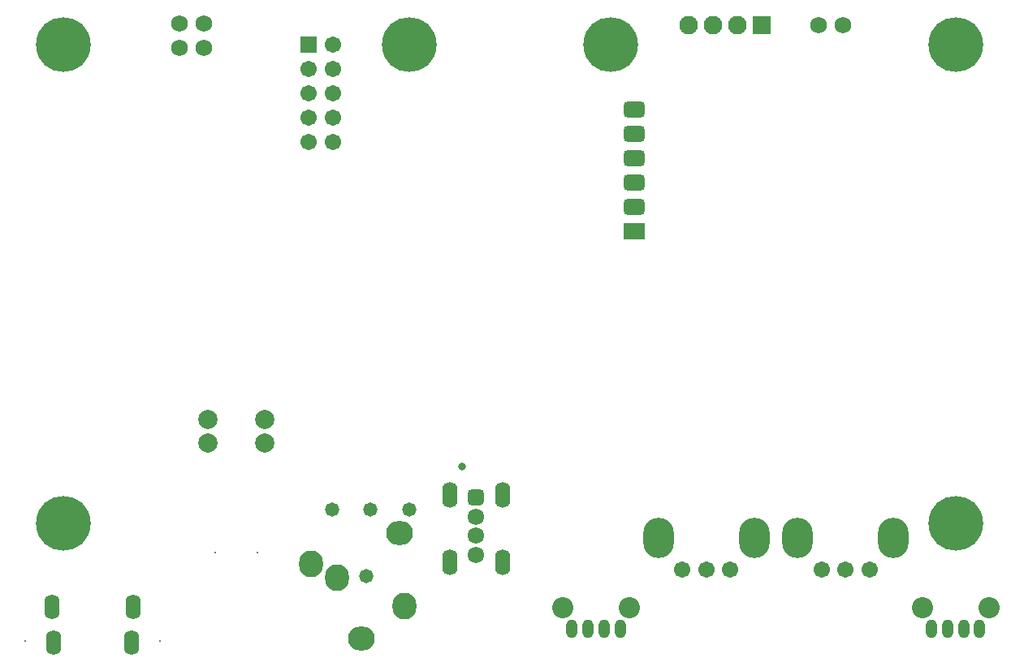
<source format=gbs>
G04 Layer_Color=8150272*
%FSLAX25Y25*%
%MOIN*%
G70*
G01*
G75*
%ADD71C,0.07690*%
%ADD72R,0.07690X0.07690*%
%ADD73C,0.22453*%
G04:AMPARAMS|DCode=74|XSize=68mil|YSize=88mil|CornerRadius=19mil|HoleSize=0mil|Usage=FLASHONLY|Rotation=90.000|XOffset=0mil|YOffset=0mil|HoleType=Round|Shape=RoundedRectangle|*
%AMROUNDEDRECTD74*
21,1,0.06800,0.05000,0,0,90.0*
21,1,0.03000,0.08800,0,0,90.0*
1,1,0.03800,0.02500,0.01500*
1,1,0.03800,0.02500,-0.01500*
1,1,0.03800,-0.02500,-0.01500*
1,1,0.03800,-0.02500,0.01500*
%
%ADD74ROUNDEDRECTD74*%
%ADD75R,0.08800X0.06800*%
G04:AMPARAMS|DCode=76|XSize=67.84mil|YSize=67.84mil|CornerRadius=18.96mil|HoleSize=0mil|Usage=FLASHONLY|Rotation=0.000|XOffset=0mil|YOffset=0mil|HoleType=Round|Shape=RoundedRectangle|*
%AMROUNDEDRECTD76*
21,1,0.06784,0.02992,0,0,0.0*
21,1,0.02992,0.06784,0,0,0.0*
1,1,0.03792,0.01496,-0.01496*
1,1,0.03792,-0.01496,-0.01496*
1,1,0.03792,-0.01496,0.01496*
1,1,0.03792,0.01496,0.01496*
%
%ADD76ROUNDEDRECTD76*%
%ADD77C,0.06784*%
%ADD78O,0.06312X0.10642*%
%ADD79C,0.08674*%
%ADD80O,0.04737X0.07690*%
%ADD81C,0.06800*%
%ADD82C,0.06706*%
%ADD83O,0.12611X0.16548*%
%ADD84O,0.06312X0.10249*%
%ADD85C,0.00800*%
%ADD86C,0.07887*%
%ADD87R,0.06706X0.06706*%
%ADD88O,0.11036X0.09855*%
%ADD89O,0.09855X0.11036*%
%ADD90C,0.05800*%
%ADD91C,0.03162*%
D71*
X378701Y358268D02*
D03*
X388701D02*
D03*
X398701D02*
D03*
D72*
X408701D02*
D03*
D73*
X488189Y153543D02*
D03*
X122047D02*
D03*
Y350394D02*
D03*
X263779D02*
D03*
X346457D02*
D03*
X488189D02*
D03*
D74*
X356299Y323622D02*
D03*
Y313622D02*
D03*
Y303622D02*
D03*
Y293622D02*
D03*
Y283622D02*
D03*
D75*
Y273622D02*
D03*
D76*
X291338Y164291D02*
D03*
D77*
Y156417D02*
D03*
Y148543D02*
D03*
Y140669D02*
D03*
D78*
X280571Y137795D02*
D03*
X302106D02*
D03*
Y165354D02*
D03*
X280571D02*
D03*
D79*
X474409Y119134D02*
D03*
X501968D02*
D03*
X326772D02*
D03*
X354331D02*
D03*
D80*
X478346Y110236D02*
D03*
X498032D02*
D03*
X484744D02*
D03*
X491634D02*
D03*
X330709D02*
D03*
X350394D02*
D03*
X337106D02*
D03*
X343996D02*
D03*
D81*
X432008Y358268D02*
D03*
X442008D02*
D03*
X179449Y358898D02*
D03*
Y348898D02*
D03*
X169449D02*
D03*
Y358898D02*
D03*
D82*
X452756Y134646D02*
D03*
X442913D02*
D03*
X433071D02*
D03*
X395669D02*
D03*
X385827D02*
D03*
X375984D02*
D03*
X232441Y350394D02*
D03*
X222441Y340394D02*
D03*
X232441D02*
D03*
X222441Y330394D02*
D03*
X232441D02*
D03*
X222441Y320394D02*
D03*
X232441D02*
D03*
X222441Y310394D02*
D03*
X232441D02*
D03*
D83*
X462598Y147638D02*
D03*
X423228D02*
D03*
X405512D02*
D03*
X366142D02*
D03*
D84*
X117972Y104724D02*
D03*
X149744D02*
D03*
X150531Y119291D02*
D03*
X117185D02*
D03*
D85*
X106299Y105512D02*
D03*
X161417D02*
D03*
X201575Y141732D02*
D03*
X184252D02*
D03*
D86*
X204527Y186614D02*
D03*
X181299D02*
D03*
X204527Y196457D02*
D03*
X181299D02*
D03*
D87*
X222441Y350394D02*
D03*
D88*
X244094Y106299D02*
D03*
X259842Y149606D02*
D03*
D89*
X223622Y137008D02*
D03*
X234252Y131496D02*
D03*
X261811Y119685D02*
D03*
D90*
X263779Y159449D02*
D03*
X248031D02*
D03*
X232283D02*
D03*
X246063Y131890D02*
D03*
D91*
X285433Y177165D02*
D03*
M02*

</source>
